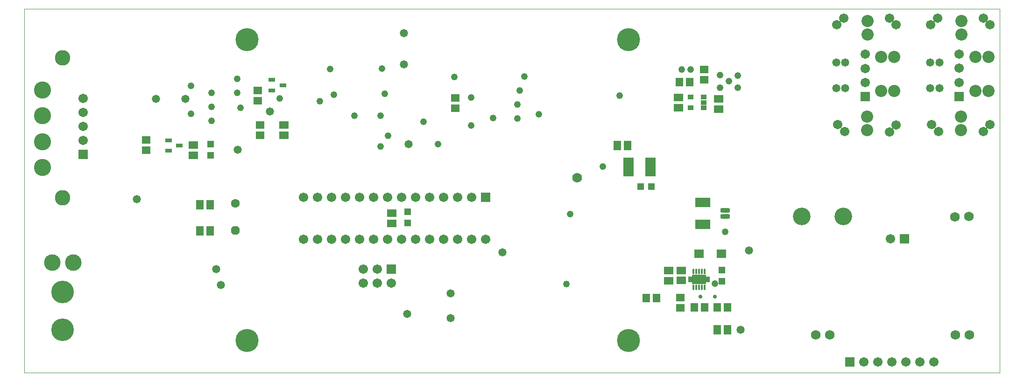
<source format=gbs>
%FSLAX25Y25*%
%MOIN*%
G70*
G01*
G75*
G04 Layer_Color=16711935*
G04:AMPARAMS|DCode=10|XSize=23.62mil|YSize=61.02mil|CornerRadius=5.91mil|HoleSize=0mil|Usage=FLASHONLY|Rotation=0.000|XOffset=0mil|YOffset=0mil|HoleType=Round|Shape=RoundedRectangle|*
%AMROUNDEDRECTD10*
21,1,0.02362,0.04921,0,0,0.0*
21,1,0.01181,0.06102,0,0,0.0*
1,1,0.01181,0.00591,-0.02461*
1,1,0.01181,-0.00591,-0.02461*
1,1,0.01181,-0.00591,0.02461*
1,1,0.01181,0.00591,0.02461*
%
%ADD10ROUNDEDRECTD10*%
%ADD11R,0.05906X0.09843*%
%ADD12O,0.07480X0.02362*%
%ADD13O,0.01378X0.07087*%
%ADD14R,0.09843X0.05906*%
G04:AMPARAMS|DCode=15|XSize=23.62mil|YSize=61.02mil|CornerRadius=5.91mil|HoleSize=0mil|Usage=FLASHONLY|Rotation=270.000|XOffset=0mil|YOffset=0mil|HoleType=Round|Shape=RoundedRectangle|*
%AMROUNDEDRECTD15*
21,1,0.02362,0.04921,0,0,270.0*
21,1,0.01181,0.06102,0,0,270.0*
1,1,0.01181,-0.02461,-0.00591*
1,1,0.01181,-0.02461,0.00591*
1,1,0.01181,0.02461,0.00591*
1,1,0.01181,0.02461,-0.00591*
%
%ADD15ROUNDEDRECTD15*%
%ADD16R,0.03937X0.05315*%
%ADD17R,0.04134X0.04331*%
%ADD18R,0.03150X0.01969*%
%ADD19R,0.01969X0.03150*%
%ADD20R,0.04724X0.05315*%
%ADD21R,0.05315X0.04724*%
%ADD22R,0.05709X0.04528*%
%ADD23R,0.04528X0.05709*%
%ADD24C,0.03937*%
%ADD25C,0.01500*%
%ADD26C,0.02000*%
%ADD27C,0.01300*%
%ADD28C,0.04000*%
%ADD29C,0.05000*%
%ADD30C,0.03000*%
%ADD31C,0.06500*%
%ADD32C,0.06000*%
%ADD33C,0.00100*%
%ADD34C,0.07874*%
%ADD35R,0.05906X0.05906*%
%ADD36C,0.05906*%
%ADD37C,0.11024*%
%ADD38C,0.15354*%
%ADD39C,0.06000*%
%ADD40C,0.11417*%
%ADD41R,0.05906X0.05906*%
%ADD42P,0.05966X8X112.5*%
%ADD43C,0.05512*%
%ADD44C,0.11811*%
%ADD45C,0.05000*%
%ADD46C,0.02284*%
%ADD47C,0.10236*%
%ADD48C,0.15700*%
%ADD49C,0.04000*%
%ADD50C,0.02000*%
%ADD51C,0.06200*%
%ADD52R,0.06693X0.12598*%
%ADD53R,0.09449X0.06496*%
%ADD54O,0.01102X0.03347*%
%ADD55R,0.03543X0.02559*%
%ADD56R,0.06102X0.05512*%
%ADD57R,0.04331X0.04134*%
%ADD58R,0.03937X0.02362*%
%ADD59C,0.04500*%
%ADD60C,0.01000*%
%ADD61C,0.02500*%
%ADD62C,0.07000*%
%ADD63C,0.03500*%
%ADD64C,0.05500*%
%ADD65R,0.02756X0.01102*%
%ADD66C,0.01575*%
%ADD67C,0.02362*%
%ADD68C,0.00787*%
%ADD69C,0.00800*%
G04:AMPARAMS|DCode=70|XSize=31.62mil|YSize=69.02mil|CornerRadius=9.91mil|HoleSize=0mil|Usage=FLASHONLY|Rotation=0.000|XOffset=0mil|YOffset=0mil|HoleType=Round|Shape=RoundedRectangle|*
%AMROUNDEDRECTD70*
21,1,0.03162,0.04921,0,0,0.0*
21,1,0.01181,0.06902,0,0,0.0*
1,1,0.01981,0.00591,-0.02461*
1,1,0.01981,-0.00591,-0.02461*
1,1,0.01981,-0.00591,0.02461*
1,1,0.01981,0.00591,0.02461*
%
%ADD70ROUNDEDRECTD70*%
%ADD71R,0.06706X0.10642*%
%ADD72O,0.08280X0.03162*%
%ADD73O,0.02178X0.07887*%
%ADD74R,0.10642X0.06706*%
G04:AMPARAMS|DCode=75|XSize=31.62mil|YSize=69.02mil|CornerRadius=9.91mil|HoleSize=0mil|Usage=FLASHONLY|Rotation=270.000|XOffset=0mil|YOffset=0mil|HoleType=Round|Shape=RoundedRectangle|*
%AMROUNDEDRECTD75*
21,1,0.03162,0.04921,0,0,270.0*
21,1,0.01181,0.06902,0,0,270.0*
1,1,0.01981,-0.02461,-0.00591*
1,1,0.01981,-0.02461,0.00591*
1,1,0.01981,0.02461,0.00591*
1,1,0.01981,0.02461,-0.00591*
%
%ADD75ROUNDEDRECTD75*%
%ADD76R,0.04737X0.06115*%
%ADD77R,0.04934X0.05131*%
%ADD78R,0.03950X0.02769*%
%ADD79R,0.02769X0.03950*%
%ADD80R,0.05524X0.06115*%
%ADD81R,0.06115X0.05524*%
%ADD82R,0.06509X0.05328*%
%ADD83R,0.05328X0.06509*%
%ADD84C,0.08674*%
%ADD85R,0.06706X0.06706*%
%ADD86C,0.06706*%
%ADD87C,0.11824*%
%ADD88C,0.16154*%
%ADD89C,0.06800*%
%ADD90C,0.12217*%
%ADD91R,0.06706X0.06706*%
%ADD92P,0.06832X8X112.5*%
%ADD93C,0.06312*%
%ADD94C,0.12611*%
%ADD95C,0.05800*%
%ADD96C,0.03084*%
%ADD97C,0.11036*%
%ADD98C,0.16500*%
%ADD99C,0.04800*%
%ADD100C,0.02800*%
%ADD101C,0.07000*%
%ADD102R,0.07493X0.13398*%
%ADD103R,0.10000X0.07047*%
%ADD104O,0.01654X0.03898*%
%ADD105R,0.04343X0.03359*%
%ADD106R,0.06902X0.06312*%
%ADD107R,0.05131X0.04934*%
%ADD108R,0.04737X0.03162*%
%ADD109R,0.03556X0.01902*%
D33*
X696300Y0D02*
Y260000D01*
X-0D02*
X696300D01*
X-0Y0D02*
X696300D01*
X-0D02*
Y260000D01*
D74*
X484150Y106100D02*
D03*
Y121700D02*
D03*
D75*
X500350Y116100D02*
D03*
Y111900D02*
D03*
D77*
X132750Y163350D02*
D03*
Y155476D02*
D03*
X273399Y115005D02*
D03*
Y107131D02*
D03*
X498008Y73337D02*
D03*
Y65463D02*
D03*
D80*
X474719Y207732D02*
D03*
X467435D02*
D03*
X501850Y46900D02*
D03*
X494567D02*
D03*
X443867Y53500D02*
D03*
X451150D02*
D03*
X485550Y46900D02*
D03*
X478267D02*
D03*
D81*
X168350Y169858D02*
D03*
Y177142D02*
D03*
X307482Y189248D02*
D03*
Y196531D02*
D03*
X166419Y194558D02*
D03*
Y201842D02*
D03*
X86850Y166292D02*
D03*
Y159009D02*
D03*
X485050Y209580D02*
D03*
Y216863D02*
D03*
X468109Y53842D02*
D03*
Y46558D02*
D03*
D82*
X185350Y177142D02*
D03*
Y169858D02*
D03*
X120390Y162709D02*
D03*
Y155426D02*
D03*
X262150Y106934D02*
D03*
Y114217D02*
D03*
X467035Y189500D02*
D03*
Y196783D02*
D03*
X495450Y188558D02*
D03*
Y195842D02*
D03*
X459709Y65916D02*
D03*
Y73200D02*
D03*
X468709Y73242D02*
D03*
Y65958D02*
D03*
D83*
X132392Y101323D02*
D03*
X125109D02*
D03*
X430492Y162513D02*
D03*
X423209D02*
D03*
X132392Y119960D02*
D03*
X125109D02*
D03*
X501950Y30700D02*
D03*
X494667D02*
D03*
D84*
X678750Y225800D02*
D03*
X688050D02*
D03*
X668950Y251607D02*
D03*
Y241800D02*
D03*
X688050Y201400D02*
D03*
X678750Y201463D02*
D03*
X668650Y173400D02*
D03*
Y183207D02*
D03*
X601550Y183107D02*
D03*
Y173300D02*
D03*
X611650Y201363D02*
D03*
X620950Y201300D02*
D03*
X601850Y241700D02*
D03*
Y251507D02*
D03*
X620950Y225700D02*
D03*
X611650D02*
D03*
D85*
X667350Y197500D02*
D03*
X600250Y197400D02*
D03*
X41850Y156100D02*
D03*
X329119Y125576D02*
D03*
D86*
X667350Y207576D02*
D03*
Y217652D02*
D03*
Y227727D02*
D03*
X600250Y227627D02*
D03*
Y217551D02*
D03*
Y207476D02*
D03*
X261821Y64100D02*
D03*
X251820Y74100D02*
D03*
Y64100D02*
D03*
X241821Y74100D02*
D03*
Y64100D02*
D03*
X649250Y7850D02*
D03*
X639250D02*
D03*
X629250D02*
D03*
X619250D02*
D03*
X599250D02*
D03*
X609250D02*
D03*
X41850Y196100D02*
D03*
Y186100D02*
D03*
Y176100D02*
D03*
Y166100D02*
D03*
X618050Y95650D02*
D03*
X319119Y125576D02*
D03*
X309119D02*
D03*
X299119D02*
D03*
X289119D02*
D03*
X279119D02*
D03*
X269119D02*
D03*
X259119D02*
D03*
X249119D02*
D03*
X239119D02*
D03*
X229119D02*
D03*
X219119D02*
D03*
X209119D02*
D03*
X199119D02*
D03*
X329119Y95576D02*
D03*
X319119D02*
D03*
X309119D02*
D03*
X299119D02*
D03*
X289119D02*
D03*
X279119D02*
D03*
X269119D02*
D03*
X259119D02*
D03*
X249119D02*
D03*
X239119D02*
D03*
X229119D02*
D03*
X219119D02*
D03*
X209119D02*
D03*
X199119D02*
D03*
X652650Y172400D02*
D03*
X647650Y177400D02*
D03*
X689310Y177370D02*
D03*
X684680Y172370D02*
D03*
Y253500D02*
D03*
X689310Y248870D02*
D03*
X651950Y253500D02*
D03*
X646950Y248870D02*
D03*
X579850Y248770D02*
D03*
X584850Y253400D02*
D03*
X622210Y248770D02*
D03*
X617580Y253400D02*
D03*
Y172270D02*
D03*
X622210Y177270D02*
D03*
X580550Y177300D02*
D03*
X585550Y172300D02*
D03*
D87*
X34750Y78700D02*
D03*
X19750D02*
D03*
D88*
X27250Y57700D02*
D03*
Y30700D02*
D03*
D89*
X674200Y111800D02*
D03*
X664200Y111600D02*
D03*
X674501Y27200D02*
D03*
X664501Y27000D02*
D03*
X575000Y27200D02*
D03*
X565000Y27000D02*
D03*
D90*
X12750Y146700D02*
D03*
Y165200D02*
D03*
Y183700D02*
D03*
Y202200D02*
D03*
D91*
X261821Y74100D02*
D03*
X589250Y7850D02*
D03*
X628050Y95650D02*
D03*
D92*
X150650Y101917D02*
D03*
D93*
Y121129D02*
D03*
D94*
X554801Y111800D02*
D03*
X584700Y111700D02*
D03*
D95*
X653050Y203400D02*
D03*
Y221900D02*
D03*
X646550Y203400D02*
D03*
Y221900D02*
D03*
X579450Y221800D02*
D03*
Y203300D02*
D03*
X585950Y221800D02*
D03*
Y203300D02*
D03*
X140182Y62668D02*
D03*
X511250Y30700D02*
D03*
X517050Y87300D02*
D03*
X273350Y42000D02*
D03*
X304250Y39128D02*
D03*
Y56763D02*
D03*
X80050Y124000D02*
D03*
X274350Y163350D02*
D03*
X270850Y220494D02*
D03*
Y242700D02*
D03*
X175250Y186736D02*
D03*
X93850Y195621D02*
D03*
X114850D02*
D03*
X152164Y159363D02*
D03*
X136950Y74100D02*
D03*
X341050Y86200D02*
D03*
D96*
X478556Y68768D02*
D03*
X481508Y66800D02*
D03*
X478556Y64831D02*
D03*
X484461Y68768D02*
D03*
Y64831D02*
D03*
D97*
X27250Y225200D02*
D03*
Y125200D02*
D03*
D98*
X431250Y23100D02*
D03*
Y238100D02*
D03*
X158750D02*
D03*
Y23100D02*
D03*
D99*
X152011Y200000D02*
D03*
X318790Y176790D02*
D03*
X351974Y191790D02*
D03*
X424950Y198179D02*
D03*
X133507Y200000D02*
D03*
X118827Y185000D02*
D03*
X475401Y216863D02*
D03*
X295250Y163589D02*
D03*
X351974Y181790D02*
D03*
X356850Y211700D02*
D03*
X133507Y180000D02*
D03*
X469299Y216863D02*
D03*
X318790Y196790D02*
D03*
X306850Y211378D02*
D03*
X334550Y182000D02*
D03*
X118827Y205000D02*
D03*
X284750Y179300D02*
D03*
X210950Y193968D02*
D03*
X154150Y189445D02*
D03*
X259550Y169300D02*
D03*
X257057Y199400D02*
D03*
X367150Y184700D02*
D03*
X509270Y203700D02*
D03*
X496450D02*
D03*
Y212700D02*
D03*
X509270Y212500D02*
D03*
X500177Y100800D02*
D03*
X492850Y63847D02*
D03*
X502850Y208400D02*
D03*
X386971Y63420D02*
D03*
X389540Y113290D02*
D03*
X254042Y161700D02*
D03*
X235670Y183900D02*
D03*
X254174D02*
D03*
X218150Y217116D02*
D03*
X182050Y196100D02*
D03*
X133507Y190000D02*
D03*
X152011Y210000D02*
D03*
X220990Y198900D02*
D03*
X255350Y217300D02*
D03*
X353561Y201790D02*
D03*
X412950Y147451D02*
D03*
D100*
X492791Y54586D02*
D03*
X482386D02*
D03*
D101*
X394561Y139517D02*
D03*
D102*
X446924Y147200D02*
D03*
X431176D02*
D03*
D103*
X481508Y66800D02*
D03*
D104*
X477571Y72607D02*
D03*
X479540D02*
D03*
X481508D02*
D03*
X483477D02*
D03*
X485445D02*
D03*
Y60993D02*
D03*
X483477D02*
D03*
X481508D02*
D03*
X479540D02*
D03*
X477571D02*
D03*
D105*
X484974Y196972D02*
D03*
Y193232D02*
D03*
Y189492D02*
D03*
X475526D02*
D03*
Y196972D02*
D03*
D106*
X497481Y85100D02*
D03*
X481536D02*
D03*
D107*
X447687Y133000D02*
D03*
X439813D02*
D03*
D108*
X102813Y158772D02*
D03*
Y166253D02*
D03*
X110687Y162513D02*
D03*
X176682Y201860D02*
D03*
Y209340D02*
D03*
X184556Y205600D02*
D03*
D109*
X475407Y67784D02*
D03*
X475407Y65816D02*
D03*
X487610Y65816D02*
D03*
X487610Y67784D02*
D03*
M02*

</source>
